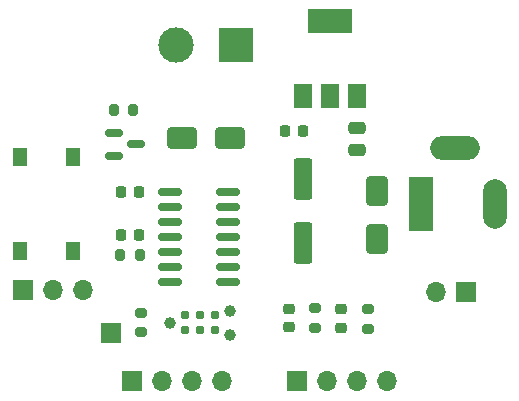
<source format=gbr>
%TF.GenerationSoftware,KiCad,Pcbnew,(7.0.0)*%
%TF.CreationDate,2023-03-04T14:16:48-06:00*%
%TF.ProjectId,pic16-pump-controller,70696331-362d-4707-956d-702d636f6e74,rev?*%
%TF.SameCoordinates,Original*%
%TF.FileFunction,Soldermask,Top*%
%TF.FilePolarity,Negative*%
%FSLAX46Y46*%
G04 Gerber Fmt 4.6, Leading zero omitted, Abs format (unit mm)*
G04 Created by KiCad (PCBNEW (7.0.0)) date 2023-03-04 14:16:48*
%MOMM*%
%LPD*%
G01*
G04 APERTURE LIST*
G04 Aperture macros list*
%AMRoundRect*
0 Rectangle with rounded corners*
0 $1 Rounding radius*
0 $2 $3 $4 $5 $6 $7 $8 $9 X,Y pos of 4 corners*
0 Add a 4 corners polygon primitive as box body*
4,1,4,$2,$3,$4,$5,$6,$7,$8,$9,$2,$3,0*
0 Add four circle primitives for the rounded corners*
1,1,$1+$1,$2,$3*
1,1,$1+$1,$4,$5*
1,1,$1+$1,$6,$7*
1,1,$1+$1,$8,$9*
0 Add four rect primitives between the rounded corners*
20,1,$1+$1,$2,$3,$4,$5,0*
20,1,$1+$1,$4,$5,$6,$7,0*
20,1,$1+$1,$6,$7,$8,$9,0*
20,1,$1+$1,$8,$9,$2,$3,0*%
G04 Aperture macros list end*
%ADD10R,1.700000X1.700000*%
%ADD11O,1.700000X1.700000*%
%ADD12RoundRect,0.250000X-0.550000X1.500000X-0.550000X-1.500000X0.550000X-1.500000X0.550000X1.500000X0*%
%ADD13RoundRect,0.250000X1.000000X0.650000X-1.000000X0.650000X-1.000000X-0.650000X1.000000X-0.650000X0*%
%ADD14RoundRect,0.225000X0.225000X0.250000X-0.225000X0.250000X-0.225000X-0.250000X0.225000X-0.250000X0*%
%ADD15RoundRect,0.200000X0.275000X-0.200000X0.275000X0.200000X-0.275000X0.200000X-0.275000X-0.200000X0*%
%ADD16RoundRect,0.200000X-0.200000X-0.275000X0.200000X-0.275000X0.200000X0.275000X-0.200000X0.275000X0*%
%ADD17RoundRect,0.250000X-0.475000X0.250000X-0.475000X-0.250000X0.475000X-0.250000X0.475000X0.250000X0*%
%ADD18RoundRect,0.200000X-0.275000X0.200000X-0.275000X-0.200000X0.275000X-0.200000X0.275000X0.200000X0*%
%ADD19R,3.000000X3.000000*%
%ADD20C,3.000000*%
%ADD21R,2.000000X4.600000*%
%ADD22O,2.000000X4.200000*%
%ADD23O,4.200000X2.000000*%
%ADD24RoundRect,0.150000X-0.825000X-0.150000X0.825000X-0.150000X0.825000X0.150000X-0.825000X0.150000X0*%
%ADD25RoundRect,0.150000X-0.587500X-0.150000X0.587500X-0.150000X0.587500X0.150000X-0.587500X0.150000X0*%
%ADD26RoundRect,0.218750X-0.256250X0.218750X-0.256250X-0.218750X0.256250X-0.218750X0.256250X0.218750X0*%
%ADD27R,1.500000X2.000000*%
%ADD28R,3.800000X2.000000*%
%ADD29C,0.990600*%
%ADD30C,0.787400*%
%ADD31RoundRect,0.250000X-0.650000X1.000000X-0.650000X-1.000000X0.650000X-1.000000X0.650000X1.000000X0*%
%ADD32R,1.300000X1.550000*%
G04 APERTURE END LIST*
D10*
%TO.C,TP1*%
X87426799Y-110896399D03*
%TD*%
D11*
%TO.C,JP1*%
X114959999Y-107391199D03*
D10*
X117499999Y-107391199D03*
%TD*%
%TO.C,J6*%
X79959999Y-107249999D03*
D11*
X82499999Y-107249999D03*
X85039999Y-107249999D03*
%TD*%
D10*
%TO.C,J4*%
X103189999Y-114999999D03*
D11*
X105729999Y-114999999D03*
X108269999Y-114999999D03*
X110809999Y-114999999D03*
%TD*%
D10*
%TO.C,J3*%
X89189999Y-114999999D03*
D11*
X91729999Y-114999999D03*
X94269999Y-114999999D03*
X96809999Y-114999999D03*
%TD*%
D12*
%TO.C,C1*%
X103733600Y-103284000D03*
X103733600Y-97884000D03*
%TD*%
D13*
%TO.C,D1*%
X97500000Y-94411800D03*
X93500000Y-94411800D03*
%TD*%
D14*
%TO.C,C4*%
X89852800Y-98958400D03*
X88302800Y-98958400D03*
%TD*%
D15*
%TO.C,R5*%
X90017600Y-110857800D03*
X90017600Y-109207800D03*
%TD*%
D16*
%TO.C,R2*%
X88252800Y-104267000D03*
X89902800Y-104267000D03*
%TD*%
D17*
%TO.C,C3*%
X108294200Y-95438000D03*
X108294200Y-93538000D03*
%TD*%
D18*
%TO.C,R4*%
X109220000Y-108877600D03*
X109220000Y-110527600D03*
%TD*%
D19*
%TO.C,J1*%
X98039999Y-86499999D03*
D20*
X92960000Y-86500000D03*
%TD*%
D21*
%TO.C,J2*%
X113690399Y-99999999D03*
D22*
X119990399Y-99999999D03*
D23*
X116590399Y-95199999D03*
%TD*%
D24*
%TO.C,U2*%
X92444800Y-98958400D03*
X92444800Y-100228400D03*
X92444800Y-101498400D03*
X92444800Y-102768400D03*
X92444800Y-104038400D03*
X92444800Y-105308400D03*
X92444800Y-106578400D03*
X97394800Y-106578400D03*
X97394800Y-105308400D03*
X97394800Y-104038400D03*
X97394800Y-102768400D03*
X97394800Y-101498400D03*
X97394800Y-100228400D03*
X97394800Y-98958400D03*
%TD*%
D25*
%TO.C,Q1*%
X87706200Y-93985000D03*
X87706200Y-95885000D03*
X89581200Y-94935000D03*
%TD*%
D16*
%TO.C,R1*%
X87694000Y-91998800D03*
X89344000Y-91998800D03*
%TD*%
D26*
%TO.C,D3*%
X102539800Y-108838900D03*
X102539800Y-110413900D03*
%TD*%
D14*
%TO.C,C5*%
X89852800Y-102565200D03*
X88302800Y-102565200D03*
%TD*%
D27*
%TO.C,U1*%
X103694199Y-90804999D03*
X105994199Y-90804999D03*
D28*
X105994199Y-84504999D03*
D27*
X108294199Y-90804999D03*
%TD*%
D14*
%TO.C,C2*%
X102171200Y-93827600D03*
X103721200Y-93827600D03*
%TD*%
D29*
%TO.C,J5*%
X92405200Y-110032800D03*
X97485200Y-109016800D03*
X97485200Y-111048800D03*
D30*
X93675200Y-110667800D03*
X93675200Y-109397800D03*
X94945200Y-110667800D03*
X94945200Y-109397800D03*
X96215200Y-110667800D03*
X96215200Y-109397800D03*
%TD*%
D26*
%TO.C,D4*%
X106934000Y-108864300D03*
X106934000Y-110439300D03*
%TD*%
D18*
%TO.C,R3*%
X104749600Y-108801400D03*
X104749600Y-110451400D03*
%TD*%
D31*
%TO.C,D2*%
X109931200Y-102914200D03*
X109931200Y-98914200D03*
%TD*%
D32*
%TO.C,SW1*%
X84249999Y-96024999D03*
X84249999Y-103974999D03*
X79749999Y-96024999D03*
X79749999Y-103974999D03*
%TD*%
M02*

</source>
